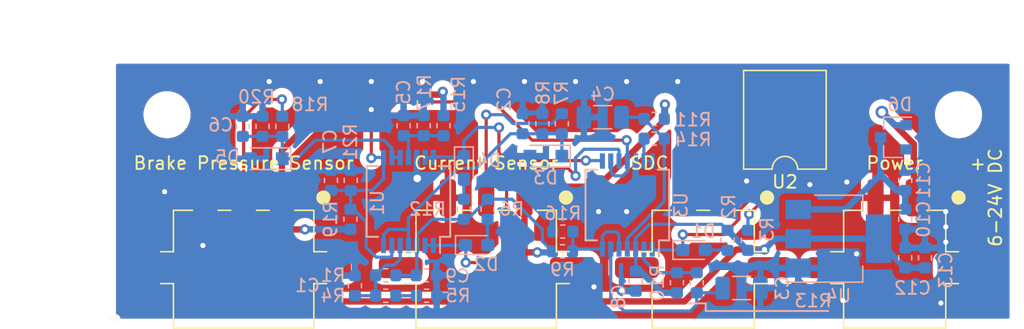
<source format=kicad_pcb>
(kicad_pcb (version 20221018) (generator pcbnew)

  (general
    (thickness 1.6)
  )

  (paper "A4")
  (layers
    (0 "F.Cu" signal)
    (31 "B.Cu" signal)
    (32 "B.Adhes" user "B.Adhesive")
    (33 "F.Adhes" user "F.Adhesive")
    (34 "B.Paste" user)
    (35 "F.Paste" user)
    (36 "B.SilkS" user "B.Silkscreen")
    (37 "F.SilkS" user "F.Silkscreen")
    (38 "B.Mask" user)
    (39 "F.Mask" user)
    (40 "Dwgs.User" user "User.Drawings")
    (41 "Cmts.User" user "User.Comments")
    (42 "Eco1.User" user "User.Eco1")
    (43 "Eco2.User" user "User.Eco2")
    (44 "Edge.Cuts" user)
    (45 "Margin" user)
    (46 "B.CrtYd" user "B.Courtyard")
    (47 "F.CrtYd" user "F.Courtyard")
    (48 "B.Fab" user)
    (49 "F.Fab" user)
  )

  (setup
    (stackup
      (layer "F.SilkS" (type "Top Silk Screen"))
      (layer "F.Paste" (type "Top Solder Paste"))
      (layer "F.Mask" (type "Top Solder Mask") (thickness 0.01))
      (layer "F.Cu" (type "copper") (thickness 0.035))
      (layer "dielectric 1" (type "core") (thickness 1.51) (material "FR4") (epsilon_r 4.5) (loss_tangent 0.02))
      (layer "B.Cu" (type "copper") (thickness 0.035))
      (layer "B.Mask" (type "Bottom Solder Mask") (thickness 0.01))
      (layer "B.Paste" (type "Bottom Solder Paste"))
      (layer "B.SilkS" (type "Bottom Silk Screen"))
      (copper_finish "None")
      (dielectric_constraints no)
    )
    (pad_to_mask_clearance 0)
    (aux_axis_origin 150 154.554)
    (grid_origin 150 154.554)
    (pcbplotparams
      (layerselection 0x00010fc_ffffffff)
      (plot_on_all_layers_selection 0x0000000_00000000)
      (disableapertmacros false)
      (usegerberextensions false)
      (usegerberattributes true)
      (usegerberadvancedattributes true)
      (creategerberjobfile false)
      (dashed_line_dash_ratio 12.000000)
      (dashed_line_gap_ratio 3.000000)
      (svgprecision 6)
      (plotframeref false)
      (viasonmask false)
      (mode 1)
      (useauxorigin true)
      (hpglpennumber 1)
      (hpglpenspeed 20)
      (hpglpendiameter 15.000000)
      (dxfpolygonmode true)
      (dxfimperialunits true)
      (dxfusepcbnewfont true)
      (psnegative false)
      (psa4output false)
      (plotreference false)
      (plotvalue true)
      (plotinvisibletext false)
      (sketchpadsonfab false)
      (subtractmaskfromsilk true)
      (outputformat 1)
      (mirror false)
      (drillshape 0)
      (scaleselection 1)
      (outputdirectory "Gerber/")
    )
  )

  (net 0 "")
  (net 1 "GND")
  (net 2 "Net-(U1A-+)")
  (net 3 "Net-(D3-A1)")
  (net 4 "Net-(U3A--)")
  (net 5 "+5V")
  (net 6 "Net-(U1C-+)")
  (net 7 "/Current_Sensor")
  (net 8 "/Break_Pressure_Sensor")
  (net 9 "Net-(D5-A1)")
  (net 10 "Net-(D6-K)")
  (net 11 "Net-(D1-K)")
  (net 12 "Net-(D1-A)")
  (net 13 "/Error_Sig")
  (net 14 "Net-(D2-K)")
  (net 15 "Net-(D2-A)")
  (net 16 "Net-(D4-K)")
  (net 17 "Net-(D4-A)")
  (net 18 "Net-(J4-Pin_1)")
  (net 19 "+15V")
  (net 20 "/Low_Ref")
  (net 21 "Net-(R3-Pad2)")
  (net 22 "Net-(J4-Pin_2)")
  (net 23 "Net-(R4-Pad2)")
  (net 24 "/EndRef")
  (net 25 "Net-(R10-Pad2)")
  (net 26 "Net-(R14-Pad2)")
  (net 27 "unconnected-(U2-Pad3)")
  (net 28 "unconnected-(U2-Pad5)")

  (footprint "MountingHole:MountingHole_3.2mm_M3" (layer "F.Cu") (at 154 138.554))

  (footprint "MountingHole:MountingHole_3.2mm_M3" (layer "F.Cu") (at 216 138.554))

  (footprint "Package_DIP:SMDIP-6_W9.53mm" (layer "F.Cu") (at 202.4 138.954 180))

  (footprint "FaSTTUBe_connectors:Micro_Mate-N-Lok_3p_horizontal" (layer "F.Cu") (at 160 150.554))

  (footprint "FaSTTUBe_connectors:Micro_Mate-N-Lok_2p_horizontal" (layer "F.Cu") (at 196 150.554))

  (footprint "FaSTTUBe_connectors:Micro_Mate-N-Lok_3p_horizontal" (layer "F.Cu") (at 179 150.554))

  (footprint "FaSTTUBe_connectors:Micro_Mate-N-Lok_2p_horizontal" (layer "F.Cu") (at 211 150.554))

  (footprint "Capacitor_SMD:C_0603_1608Metric" (layer "B.Cu") (at 181.8516 139.2632 90))

  (footprint "Capacitor_SMD:C_0603_1608Metric" (layer "B.Cu") (at 159.9314 139.4664 90))

  (footprint "Capacitor_SMD:C_0603_1608Metric" (layer "B.Cu") (at 190.7162 151.6076 90))

  (footprint "Capacitor_SMD:C_0603_1608Metric" (layer "B.Cu") (at 174.3078 151.154 180))

  (footprint "Capacitor_SMD:C_0603_1608Metric" (layer "B.Cu") (at 211.8236 146.7562 -90))

  (footprint "Capacitor_SMD:C_0603_1608Metric" (layer "B.Cu") (at 211.8236 143.7082 90))

  (footprint "Capacitor_SMD:C_0603_1608Metric" (layer "B.Cu") (at 211.8236 149.7788 90))

  (footprint "Capacitor_SMD:C_0603_1608Metric" (layer "B.Cu") (at 213.373 149.7788 90))

  (footprint "Capacitor_SMD:C_1206_3216Metric" (layer "B.Cu") (at 199 152.154 180))

  (footprint "Diode_SMD:D_SOT-23_ANK" (layer "B.Cu") (at 210.8932 140.33 180))

  (footprint "Diode_SMD:D_0603_1608Metric_Pad1.05x0.95mm_HandSolder" (layer "B.Cu") (at 178.2562 148.7768))

  (footprint "Diode_SMD:D_0603_1608Metric_Pad1.05x0.95mm_HandSolder" (layer "B.Cu") (at 177.2542 142.743 -90))

  (footprint "Diode_SMD:D_0603_1608Metric_Pad1.05x0.95mm_HandSolder" (layer "B.Cu") (at 195.2882 149.1692))

  (footprint "Resistor_SMD:R_0603_1608Metric" (layer "B.Cu") (at 183.401 139.2632 90))

  (footprint "Resistor_SMD:R_0603_1608Metric" (layer "B.Cu") (at 161.4808 139.4664 90))

  (footprint "Resistor_SMD:R_0603_1608Metric" (layer "B.Cu") (at 179.1084 145.9687 -90))

  (footprint "Resistor_SMD:R_0603_1608Metric" (layer "B.Cu") (at 177.2542 145.9689 90))

  (footprint "Resistor_SMD:R_0603_1608Metric" (layer "B.Cu") (at 168.3642 146.7562 90))

  (footprint "Resistor_SMD:R_0603_1608Metric" (layer "B.Cu") (at 168.3896 143.7082 90))

  (footprint "Resistor_SMD:R_0603_1608Metric" (layer "B.Cu") (at 192.164 140.4316 180))

  (footprint "Resistor_SMD:R_0603_1608Metric" (layer "B.Cu") (at 192.164 138.8822 180))

  (footprint "Resistor_SMD:R_0603_1608Metric" (layer "B.Cu") (at 197.9044 148.4072 -90))

  (footprint "Resistor_SMD:R_0603_1608Metric" (layer "B.Cu") (at 199.5046 148.4072 90))

  (footprint "Resistor_SMD:R_0603_1608Metric" (layer "B.Cu") (at 193.942 151.7346 90))

  (footprint "Resistor_SMD:R_0603_1608Metric" (layer "B.Cu") (at 195.4914 151.7347 90))

  (footprint "Package_SO:SSOP-14_5.3x6.2mm_P0.65mm" (layer "B.Cu") (at 190.0558 145.6386 90))

  (footprint "Package_SO:SSOP-14_5.3x6.2mm_P0.65mm" (layer "B.Cu") (at 172.9108 145.3592 90))

  (footprint "Package_TO_SOT_SMD:SOT-223-3_TabPin2" (layer "B.Cu") (at 206.5912 148.2802))

  (footprint "Resistor_SMD:R_0603_1608Metric" (layer "B.Cu") (at 184.925 139.2632 90))

  (footprint "Resistor_SMD:R_0603_1608Metric" (layer "B.Cu") (at 163.0302 139.4664 90))

  (footprint "Resistor_SMD:R_0603_1608Metric" (layer "B.Cu") (at 171.1328 151.154 180))

  (footprint "Resistor_SMD:R_0603_1608Metric" (layer "B.Cu") (at 171.1328 152.7542))

  (footprint "Resistor_SMD:R_0603_1608Metric" (layer "B.Cu") (at 174.3332 152.7542))

  (footprint "Resistor_SMD:R_0603_1608Metric" (layer "B.Cu") (at 175.654 139.4155 -90))

  (footprint "Resistor_SMD:R_0603_1608Metric" (layer "B.Cu") (at 174.1046 139.4156 90))

  (footprint "Resistor_SMD:R_0603_1608Metric" (layer "B.Cu") (at 184.9759 149.2708))

  (footprint "Resistor_SMD:R_0603_1608Metric" (layer "B.Cu") (at 185.0012 147.7214 180))

  (footprint "Capacitor_SMD:C_0603_1608Metric" (layer "B.Cu") (at 168.7198 151.9668 90))

  (footprint "Capacitor_SMD:C_0603_1608Metric" (layer "B.Cu") (at 172.5298 139.4156 90))

  (footprint "Capacitor_SMD:C_0603_1608Metric" (layer "B.Cu") (at 166.8402 143.7082 90))

  (footprint "Diode_SMD:D_SOD-323_HandSoldering" (layer "B.Cu") (at 183.6804 141.8032 180))

  (footprint "Diode_SMD:D_SOD-323_HandSoldering" (layer "B.Cu") (at 161.7802 142.0064 180))

  (footprint "Capacitor_SMD:C_1206_3216Metric" (layer "B.Cu") (at 188.125 138.754))

  (gr_line (start 196.2 153.954) (end 196.2 153.354)
    (stroke (width 0.15) (type solid)) (layer "B.SilkS") (tstamp 197b0b14-8f00-4344-84c1-fd093674d602))
  (gr_line (start 196.2 153.354) (end 194.8 153.354)
    (stroke (width 0.15) (type solid)) (layer "B.SilkS") (tstamp 46de7685-a8eb-4436-b2e0-49dded6c5524))
  (gr_line (start 205.8 153.954) (end 196.2 153.954)
    (stroke (width 0.15) (type solid)) (layer "B.SilkS") (tstamp db2a9e69-7443-43a0-aa57-078d604e2a9d))
  (gr_line (start 150 154.554) (end 220 154.554)
    (stroke (width 0.01) (type solid)) (layer "Edge.Cuts") (tstamp 00000000-0000-0000-0000-00005fe7a6b0))
  (gr_line (start 220 134.554) (end 220 154.554)
    (stroke (width 0.01) (type solid)) (layer "Edge.Cuts") (tstamp 051b8cb0-ae77-4e09-98a7-bf2103319e66))
  (gr_line (start 220 134.554) (end 150 134.554)
    (stroke (width 0.01) (type solid)) (layer "Edge.Cuts") (tstamp 974c48bf-534e-4335-98e1-b0426c783e99))
  (gr_line (start 150 134.554) (end 150 154.554)
    (stroke (width 0.01) (type solid)) (layer "Edge.Cuts") (tstamp f28e56e7-283b-4b9a-ae27-95e89770fbf8))
  (gr_text "6-24V DC" (at 218.8848 145.0544 90) (layer "F.SilkS") (tstamp 10d8ad0e-6a08-4053-92aa-23a15910fd21)
    (effects (font (size 1 1) (thickness 0.15)))
  )
  (gr_text "Brake Pressure Sensor" (at 160 142.354) (layer "F.SilkS") (tstamp 123968c6-74e7-4754-8c36-08ea08e42555)
    (effects (font (size 1 1) (thickness 0.15)))
  )
  (gr_text "+" (at 217.5132 142.3874) (layer "F.SilkS") (tstamp 2b64d2cb-d62a-4762-97ea-f1b0d4293c4f)
    (effects (font (size 1 1) (thickness 0.15)))
  )
  (gr_text "Current Sensor" (at 179 142.354) (layer "F.SilkS") (tstamp 4a26ae45-d7dc-40c9-a4e1-5f264adcc8df)
    (effects (font (size 1 1) (thickness 0.15)))
  )
  (gr_text "SDC" (at 191.8 142.354) (layer "F.SilkS") (tstamp 5f312b85-6822-40a3-b417-2df49696ca2d)
    (effects (font (size 1 1) (thickness 0.15)))
  )
  (gr_text "Power" (at 211 142.354) (layer "F.SilkS") (tstamp 99186658-0361-40ba-ae93-62f23c5622e6)
    (effects (font (size 1 1) (thickness 0.15)))
  )
  (dimension (type aligned) (layer "Cmts.User") (tstamp 8e82036a-9d2a-473f-bde0-dc4d8fd90eaa)
    (pts (xy 150 154.554) (xy 150 134.554))
    (height -3)
    (gr_text "20,0000 mm" (at 145.85 144.554 90) (layer "Cmts.User") (tstamp 8e82036a-9d2a-473f-bde0-dc4d8fd90eaa)
      (effects (font (size 1 1) (thickness 0.15)))
    )
    (format (prefix "") (suffix "") (units 3) (units_format 1) (precision 4))
    (style (thickness 0.1) (arrow_length 1.27) (text_position_mode 0) (extension_height 0.58642) (extension_offset 0.5) keep_text_aligned)
  )
  (dimension (type aligned) (layer "Cmts.User") (tstamp ec662d3c-e31e-42ce-a52a-54791008adae)
    (pts (xy 150 134.554) (xy 220 134.554))
    (height -3)
    (gr_text "70,0000 mm" (at 185 130.404) (layer "Cmts.User") (tstamp ec662d3c-e31e-42ce-a52a-54791008adae)
      (effects (font (size 1 1) (thickness 0.15)))
    )
    (format (prefix "") (suffix "") (units 3) (units_format 1) (precision 4))
    (style (thickness 0.1) (arrow_length 1.27) (text_position_mode 0) (extension_height 0.58642) (extension_offset 0.5) keep_text_aligned)
  )
  (target plus (at 150 154.554) (size 1) (width 0.01) (layer "Edge.Cuts") (tstamp 3e3d55c8-e0ea-48fb-8421-a84b7cb7055b))

  (via (at 153.81 144.5972) (size 0.8) (drill 0.4) (layers "F.Cu" "B.Cu") (free) (net 1) (tstamp 030b9c81-40bb-44f7-8bdc-6430ca8bb9fe))
  (via (at 170 135.954) (size 0.8) (drill 0.4) (layers "F.Cu" "B.Cu") (free) (net 1) (tstamp 0d8512f0-b8a9-43c4-862f-d316f145c11d))
  (via (at 186 135.954) (size 0.8) (drill 0.4) (layers "F.Cu" "B.Cu") (free) (net 1) (tstamp 11921403-fc87-407b-80d9-9642dc6d1234))
  (via (at 174 135.954) (size 0.8) (drill 0.4) (layers "F.Cu" "B.Cu") (free) (net 1) (tstamp 26aa0a04-3e33-432b-9c4d-94feed77163a))
  (via (at 187.8 146.154) (size 0.8) (drill 0.4) (layers "F.Cu" "B.Cu") (free) (net 1) (tstamp 3c0755c0-2b56-4ad0-95fb-6a62f7f69bbe))
  (via (at 199.4 143.754) (size 0.8) (drill 0.4) (layers "F.Cu" "B.Cu") (free) (net 1) (tstamp 51cd79e9-f411-49dc-b479-f0fa04d09bf3))
  (via (at 215 148.554) (size 0.8) (drill 0.4) (layers "F.Cu" "B.Cu") (free) (net 1) (tstamp 55917954-d96c-48f9-a0dc-f548b24e6cf3))
  (via (at 214.6176 153.3348) (size 0.8) (drill 0.4) (layers "F.Cu" "B.Cu") (free) (net 1) (tstamp 5ac2386a-22ac-4647-9d81-c356bcba3322))
  (via (at 187.4396 152.0648) (size 0.8) (drill 0.4) (layers "F.Cu" "B.Cu") (free) (net 1) (tstamp 61430b7a-9ee1-4e32-b251-b6ea4c7bf3e9))
  (via (at 215 147.354) (size 0.8) (drill 0.4) (layers "F.Cu" "B.Cu") (free) (net 1) (tstamp 78244fbc-fe72-4222-bdd4-f021b0d23868))
  (via (at 194 135.954) (size 0.8) (drill 0.4) (layers "F.Cu" "B.Cu") (free) (net 1) (tstamp 7da16aa6-aad6-437b-a0c9-2f20f28f8e86))
  (via (at 156.8072 148.8136) (size 0.8) (drill 0.4) (layers "F.Cu" "B.Cu") (free) (net 1) (tstamp 896ce2d6-3bc9-4dab-9f9a-e4f6d1dcbb8a))
  (via (at 182 135.954) (size 0.8) (drill 0.4) (layers "F.Cu" "B.Cu") (free) (net 1) (tstamp 89c318d0-0ebc-423c-80f0-0555a0b914d3))
  (via (at 208.0136 149.474) (size 0.8) (drill 0.4) (layers "F.Cu" "B.Cu") (free) (net 1) (tstamp 89ec985f-dc63-45ba-b324-1b7fcd7493da))
  (via (at 206.9468 153.1316) (size 0.8) (drill 0.4) (layers "F.Cu" "B.Cu") (free) (net 1) (tstamp 9baf3b4c-0e28-455a-b336-b8937a9ee7fd))
  (via (at 162 135.954) (size 0.8) (drill 0.4) (layers "F.Cu" "B.Cu") (free) (net 1) (tstamp 9bd6677b-8083-46b2-9190-d9bed9f24466))
  (via (at 166 135.954) (size 0.8) (drill 0.4) (layers "F.Cu" "B.Cu") (free) (net 1) (tstamp b88d285e-302a-46a9-aafc-73a1cd793e1a))
  (via (at 190 135.954) (size 0.8) (drill 0.4) (layers "F.Cu" "B.Cu") (free) (net 1) (tstamp bb8a8e08-0339-4be1-a9cc-61a377c059f6))
  (via (at 215 146.154) (size 0.8) (drill 0.4) (layers "F.Cu" "B.Cu") (free) (net 1) (tstamp c0dca9c1-3a51-4714-a547-5e8c04294d2f))
  (via (at 204.356 144.0384) (size 0.8) (drill 0.4) (layers "F.Cu" "B.Cu") (free) (net 1) (tstamp c7cc3924-916e-4a01-adbd-92a18b498bcd))
  (via (at 189.6 152.354) (size 0.8) (drill 0.4) (layers "F.Cu" "B.Cu") (free) (net 1) (tstamp ca669c5d-744b-4c33-92e3-9b1b50d7fe2e))
  (via (at 178 135.954) (size 0.8) (drill 0.4) (layers "F.Cu" "B.Cu") (free) (net 1) (tstamp d7fcdb25-4172-426a-a0a1-e2854bf270a8))
  (via (at 190 146.154) (size 0.8) (drill 0.4) (layers "F.Cu" "B.Cu") (free) (net 1) (tstamp dcf019c3-2c0a-4e29-9da4-d8ad6ffb1a06))
  (via (at 207.2516 143.8352) (size 0.8) (drill 0.4) (layers "F.Cu" "B.Cu") (free) (net 1) (tstamp df88c075-71ad-4240-9333-163649241f54))
  (via (at 173.6 143.554) (size 1) (drill 0.6) (layers "F.Cu" "B.Cu") (net 1) (tstamp e4e1a9ac-edc6-4f1a-87ea-8c4f1ea5e902))
  (via (at 170 138.154) (size 0.8) (drill 0.4) (layers "F.Cu" "B.Cu") (free) (net 1) (tstamp fd1fcca7-5eec-41d3-83fc-bae973a601b8))
  (segment (start 173.5608 141.9092) (end 173.5608 143.5148) (width 0.5) (layer "B.Cu") (net 1) (tstamp 055feeef-f906-40f3-8021-98fef67e9e15))
  (segment (start 189.6 152.354) (end 190.6751 152.354) (width 0.5) (layer "B.Cu") (net 1) (tstamp 19feebc0-8a7b-47af-921a-1c6368225da1))
  (segment (start 190.6751 152.354) (end 190.7162 152.3951) (width 0.5) (layer "B.Cu") (net 1) (tstamp 226659e5-bba6-4fa7-a0dd-9a28889cc5f6))
  (segment (start 173.5608 143.5148) (end 173.6 143.554) (width 0.5) (layer "B.Cu") (net 1) (tstamp 2c775976-614d-41c6-9fc5-96aa25cfc33d))
  (segment (start 190.7058 142.1886) (end 190.7058 145.4482) (width 0.5) (layer "B.Cu") (net 1) (tstamp 6857ef5f-181a-4927-963b-6fde0890361e))
  (segment (start 190.7058 145.4482) (end 190 146.154) (width 0.5) (layer "B.Cu") (net 1) (tstamp 938aa0af-9153-4422-a100-a454b6c26a1b))
  (segment (start 172.2608 149.8932) (end 172.2608 148.8092) (width 0.25) (layer "B.Cu") (net 2) (tstamp 2b217e4d-6b8f-43e5-9eb4-2cc63adf320c))
  (segment (start 170.3453 152.7542) (end 170.3453 151.154) (width 0.25) (layer "B.Cu") (net 2) (tstamp 58a5a6aa-4ac1-454e-99de-9b74e53d0180))
  (segment (start 171.8 150.354) (end 172.2608 149.8932) (width 0.25) (layer "B.Cu") (net 2) (tstamp 64ddf556-88dc-4b50-a274-3d4e3dd46dee))
  (segment (start 171.1453 150.354) (end 171.8 150.354) (width 0.25) (layer "B.Cu") (net 2) (tstamp 665f292b-7034-4406-810a-4c154af82c27))
  (segment (start 170.3452 152.7543) (end 170.3453 152.7542) (width 0.25) (layer "B.Cu") (net 2) (tstamp 6c3f31bf-1b09-4512-b352-ef9b5e2119e3))
  (segment (start 168.7198 152.7543) (end 170.3452 152.7543) (width 0.25) (layer "B.Cu") (net 2) (tstamp 6e67141e-10f6-4236-8cd3-ff4375acc8da))
  (segment (start 170.3453 151.154) (end 171.1453 150.354) (width 0.25) (layer "B.Cu") (net 2) (tstamp c91d752e-abf3-4d66-84d5-8d0d40c7b7fa))
  (segment (start 181.8516 140.0507) (end 180.9033 140.0507) (width 0.25) (layer "B.Cu") (net 3) (tstamp 0cfa3389-eba4-4d62-ab8a-91e4d6c758a7))
  (segment (start 171.366 147.554) (end 172.8 147.554) (width 0.25) (layer "B.Cu") (net 3) (tstamp 1f7bd09f-bf1a-4582-b527-7966e8f2b43a))
  (segment (start 178.2 142.754) (end 176.798384 142.754) (width 0.25) (layer "B.Cu") (net 3) (tstamp 28cd47de-6043-41b3-ae23-4d3de43530b8))
  (segment (start 172.9108 146.641584) (end 172.9108 147.2648) (width 0.25) (layer "B.Cu") (net 3) (tstamp 2cec960a-78ed-469e-937c-38ade28e6f5f))
  (segment (start 184.9304 140.0561) (end 184.925 140.0507) (width 0.25) (layer "B.Cu") (net 3) (tstamp 48fe1370-2e91-4e27-9650-23a7c8612128))
  (segment (start 172.9108 147.6648) (end 172.9108 148.010178) (width 0.25) (layer "B.Cu") (net 3) (tstamp 56014edd-bae9-4f90-b1fe-267fa2e03017))
  (segment (start 172.9108 147.2648) (end 172.9108 147.6648) (width 0.25) (layer "B.Cu") (net 3) (tstamp 846f8ced-1740-4cfb-a9b6-876804c53d44))
  (segment (start 176.798384 142.754) (end 172.9108 146.641584) (width 0.25) (layer "B.Cu") (net 3) (tstamp 84c5df73-a03d-4b0e-a284-c21f3a0462ad))
  (segment (start 172.9108 148.010178) (end 172.9108 148.8092) (width 0.25) (layer "B.Cu") (net 3) (tstamp 87887f4f-3903-44a3-92f8-2933ef4e07b6))
  (segment (start 180.9033 140.0507) (end 178.2 142.754) (width 0.25) (layer "B.Cu") (net 3) (tstamp 89cde857-6a02-4cc0-9e13-db9c426bf7ca))
  (segment (start 172.8 147.554) (end 172.9108 147.6648) (width 0.25) (layer "B.Cu") (net 3) (tstamp 9622311b-f674-45ca-8e70-7fa04dfa2061))
  (segment (start 183.401 140.0507) (end 181.8516 140.0507) (width 0.25) (layer "B.Cu") (net 3) (tstamp bb5b8563-8aeb-4b58-8ad3-b9c00376a282))
  (segment (start 172.9108 147.4432) (end 172.8 147.554) (width 0.25) (layer "B.Cu") (net 3) (tstamp bc3533d8-ca9f-42da-b38e-2b6d066b0b9d))
  (segment (start 184.9304 141.8032) (end 184.9304 140.0561) (width 0.25) (layer "B.Cu") (net 3) (tstamp c9614d4a-cf35-4d15-9668-bef8f4c09477))
  (segment (start 172.9108 147.2648) (end 172.9108 147.4432) (width 0.25) (layer "B.Cu") (net 3) (tstamp ce4ebb6a-88b8-444f-97e0-00411e293355))
  (segment (start 184.925 140.0507) (end 183.401 140.0507) (width 0.25) (layer "B.Cu") (net 3) (tstamp ea29c43b-00ef-43ef-aa5d-0a19343a15c1))
  (segment (start 170.9608 148.8092) (end 170.9608 147.9592) (width 0.25) (layer "B.Cu") (net 3) (tstamp f05007b7-98d6-4b36-a378-bb3cf14ad90b))
  (segment (start 170.9608 147.9592) (end 171.366 147.554) (width 0.25) (layer "B.Cu") (net 3) (tstamp ff0bea6b-4854-46c9-8fa7-bafb1e5003f4))
  (segment (start 190.0558 149.0886) (end 190.0558 148.2386) (width 0.25) (layer "B.Cu") (net 4) (tstamp 26ee0bb2-ad6d-413d-98eb-7ee5ee45f359))
  (segment (start 192.9259 140.4316) (end 191.3765 138.8822) (width 0.25) (layer "B.Cu") (net 4) (tstamp 493c0a6e-a8b7-4f0f-a319-07f38b3e87ad))
  (segment (start 192.9515 145.3429) (end 192.9515 140.4316) (width 0.25) (layer "B.Cu") (net 4) (tstamp 519577a3-6f4e-49bd-9931-91b1722446ce))
  (segment (start 192.9515 140.4316) (end 192.9259 140.4316) (width 0.25) (layer "B.Cu") (net 4) (tstamp 54a73f4f-b929-41fc-bb2f-fa29c2256637))
  (segment (start 190.0558 148.2386) (end 192.9515 145.3429) (width 0.25) (layer "B.Cu") (net 4) (tstamp 6784fed8-33b9-4eae-a20b-898c7e9f9acd))
  (segment (start 189.6 138.754) (end 191.2483 138.754) (width 0.25) (layer "B.Cu") (net 4) (tstamp dab1549b-8c8c-4bc9-9890-e3bac2520198))
  (segment (start 191.2483 138.754) (end 191.3765 138.8822) (width 0.25) (layer "B.Cu") (net 4) (tstamp ea466442-d4bb-48d0-84c0-677285170a72))
  (segment (start 182 152.853022) (end 181.649511 153.203511) (width 0.5) (layer "F.Cu") (net 5) (tstamp 0316e31a-a922-47b8-a0b8-96a2802349b3))
  (segment (start 167.37452 136.97948) (end 163 141.354) (width 0.5) (layer "F.Cu") (net 5) (tstamp 128512ab-032f-41f2-ba66-85eaeab1dc6b))
  (segment (start 163.4 147.554) (end 163 147.554) (width 0.5) (layer "F.Cu") (net 5) (tstamp 192e8850-3094-4b16-9870-f3e31509d1b0))
  (segment (start 175.6 136.754) (end 175.37452 136.97948) (width 0.5) (layer "F.Cu") (net 5) (tstamp 1965cdf2-c6a0-45d9-ad15-a05cb88a900f))
  (segment (start 182 152.754) (end 182 152.853022) (width 0.5) (layer "F.Cu") (net 5) (tstamp 1c8da778-54dc-4f22-a98b-7d7742f98cbb))
  (segment (start 165.649511 153.203511) (end 181.649511 153.203511) (width 0.5) (layer "F.Cu") (net 5) (tstamp 1fabf500-613a-4fc6-9669-342791355ef8))
  (segment (start 163.2 147.554) (end 163 147.354) (width 0.5) (layer "F.Cu") (net 5) (tstamp 207c55cd-7368-4aa7-8919-f5ae89073ee7))
  (segment (start 182 145.074) (end 182 149.354) (width 0.5) (layer "F.Cu") (net 5) (tstamp 23632eb0-4916-4774-aabb-49f3ec10dff8))
  (segment (start 182 153.154) (end 182.049511 153.203511) (width 0.5) (layer "F.Cu") (net 5) (tstamp 282b69bc-ec31-4140-8804-5de8d7b7fdf3))
  (segment (start 163 141.354) (end 163 145.074) (width 0.5) (layer "F.Cu") (net 5) (tstamp 2e49a316-eb11-47bb-b779-b1d28afa3bb1))
  (segment (start 163 147.354) (end 163 147.554) (width 0.5) (layer "F.Cu") (n
... [228274 chars truncated]
</source>
